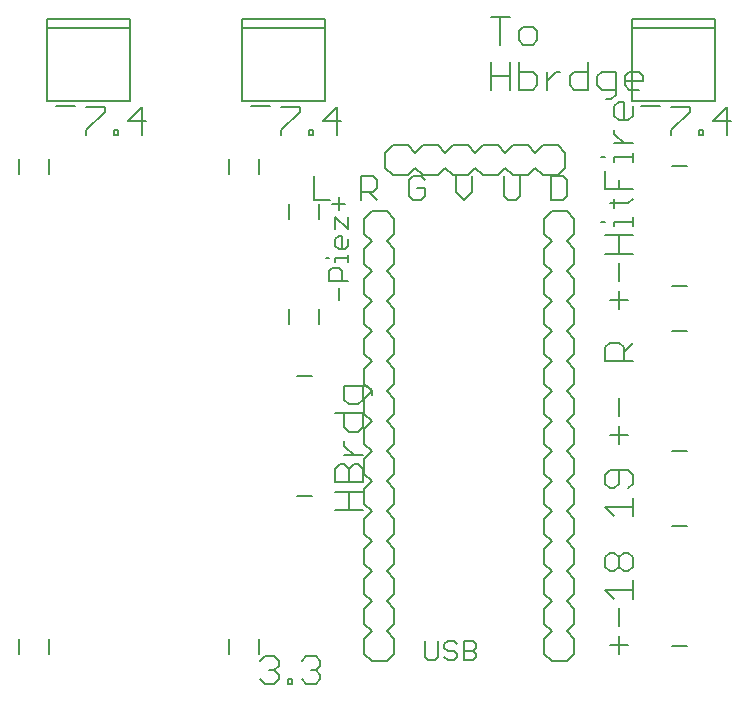
<source format=gbr>
G04 EAGLE Gerber RS-274X export*
G75*
%MOMM*%
%FSLAX34Y34*%
%LPD*%
%INSilkscreen Top*%
%IPPOS*%
%AMOC8*
5,1,8,0,0,1.08239X$1,22.5*%
G01*
%ADD10C,0.152400*%
%ADD11C,0.203200*%
%ADD12C,0.177800*%


D10*
X381762Y42432D02*
X381762Y28874D01*
X384474Y26162D01*
X389897Y26162D01*
X392609Y28874D01*
X392609Y42432D01*
X406269Y42432D02*
X408980Y39720D01*
X406269Y42432D02*
X400845Y42432D01*
X398134Y39720D01*
X398134Y37009D01*
X400845Y34297D01*
X406269Y34297D01*
X408980Y31585D01*
X408980Y28874D01*
X406269Y26162D01*
X400845Y26162D01*
X398134Y28874D01*
X414505Y26162D02*
X414505Y42432D01*
X422640Y42432D01*
X425352Y39720D01*
X425352Y37009D01*
X422640Y34297D01*
X425352Y31585D01*
X425352Y28874D01*
X422640Y26162D01*
X414505Y26162D01*
X414505Y34297D02*
X422640Y34297D01*
X308603Y330962D02*
X308603Y341809D01*
X316738Y347334D02*
X300468Y347334D01*
X300468Y355469D01*
X303180Y358180D01*
X308603Y358180D01*
X311315Y355469D01*
X311315Y347334D01*
X305891Y363705D02*
X305891Y366417D01*
X316738Y366417D01*
X316738Y369128D02*
X316738Y363705D01*
X300468Y366417D02*
X297756Y366417D01*
X316738Y377331D02*
X316738Y382754D01*
X316738Y377331D02*
X314026Y374620D01*
X308603Y374620D01*
X305891Y377331D01*
X305891Y382754D01*
X308603Y385466D01*
X311315Y385466D01*
X311315Y374620D01*
X305891Y390991D02*
X305891Y401838D01*
X316738Y390991D01*
X316738Y401838D01*
X308603Y407363D02*
X308603Y418209D01*
X303180Y412786D02*
X314026Y412786D01*
D11*
X305796Y153416D02*
X329184Y153416D01*
X317490Y153416D02*
X317490Y169008D01*
X305796Y169008D02*
X329184Y169008D01*
X329184Y176804D02*
X305796Y176804D01*
X305796Y188498D01*
X309694Y192396D01*
X313592Y192396D01*
X317490Y188498D01*
X321388Y192396D01*
X325286Y192396D01*
X329184Y188498D01*
X329184Y176804D01*
X317490Y176804D02*
X317490Y188498D01*
X313592Y200192D02*
X329184Y200192D01*
X321388Y200192D02*
X313592Y207988D01*
X313592Y211886D01*
X305796Y235274D02*
X329184Y235274D01*
X329184Y223580D01*
X325286Y219682D01*
X317490Y219682D01*
X313592Y223580D01*
X313592Y235274D01*
X336980Y250866D02*
X336980Y254764D01*
X333082Y258662D01*
X313592Y258662D01*
X313592Y246968D01*
X317490Y243070D01*
X325286Y243070D01*
X329184Y246968D01*
X329184Y258662D01*
X546090Y224888D02*
X546090Y209296D01*
X538294Y217092D02*
X553886Y217092D01*
X546090Y232684D02*
X546090Y248276D01*
X557784Y279460D02*
X534396Y279460D01*
X534396Y291154D01*
X538294Y295052D01*
X546090Y295052D01*
X549988Y291154D01*
X549988Y279460D01*
X549988Y287256D02*
X557784Y295052D01*
X546090Y323596D02*
X546090Y339188D01*
X538294Y331392D02*
X553886Y331392D01*
X546090Y346984D02*
X546090Y362576D01*
X557784Y370372D02*
X534396Y370372D01*
X546090Y370372D02*
X546090Y385964D01*
X534396Y385964D02*
X557784Y385964D01*
X542192Y393760D02*
X542192Y397658D01*
X557784Y397658D01*
X557784Y393760D02*
X557784Y401556D01*
X534396Y397658D02*
X530498Y397658D01*
X538294Y413250D02*
X553886Y413250D01*
X557784Y417148D01*
X542192Y417148D02*
X542192Y409352D01*
X534396Y424944D02*
X557784Y424944D01*
X534396Y424944D02*
X534396Y440536D01*
X546090Y432740D02*
X546090Y424944D01*
X542192Y448332D02*
X542192Y452230D01*
X557784Y452230D01*
X557784Y448332D02*
X557784Y456128D01*
X534396Y452230D02*
X530498Y452230D01*
X542192Y463924D02*
X557784Y463924D01*
X549988Y463924D02*
X542192Y471720D01*
X542192Y475618D01*
X557784Y487312D02*
X557784Y495108D01*
X557784Y487312D02*
X553886Y483414D01*
X546090Y483414D01*
X542192Y487312D01*
X542192Y495108D01*
X546090Y499006D01*
X549988Y499006D01*
X549988Y483414D01*
X246214Y29484D02*
X242316Y25586D01*
X246214Y29484D02*
X254010Y29484D01*
X257908Y25586D01*
X257908Y21688D01*
X254010Y17790D01*
X250112Y17790D01*
X254010Y17790D02*
X257908Y13892D01*
X257908Y9994D01*
X254010Y6096D01*
X246214Y6096D01*
X242316Y9994D01*
X265704Y9994D02*
X265704Y6096D01*
X265704Y9994D02*
X269602Y9994D01*
X269602Y6096D01*
X265704Y6096D01*
X277398Y25586D02*
X281296Y29484D01*
X289092Y29484D01*
X292990Y25586D01*
X292990Y21688D01*
X289092Y17790D01*
X285194Y17790D01*
X289092Y17790D02*
X292990Y13892D01*
X292990Y9994D01*
X289092Y6096D01*
X281296Y6096D01*
X277398Y9994D01*
D12*
X287639Y415925D02*
X287639Y436008D01*
X287639Y415925D02*
X301027Y415925D01*
X327866Y415925D02*
X327866Y436008D01*
X337908Y436008D01*
X341255Y432661D01*
X341255Y425967D01*
X337908Y422619D01*
X327866Y422619D01*
X334560Y422619D02*
X341255Y415925D01*
X378135Y436008D02*
X381482Y432661D01*
X378135Y436008D02*
X371440Y436008D01*
X368093Y432661D01*
X368093Y419272D01*
X371440Y415925D01*
X378135Y415925D01*
X381482Y419272D01*
X381482Y425967D01*
X374788Y425967D01*
X408321Y422619D02*
X408321Y436008D01*
X408321Y422619D02*
X415015Y415925D01*
X421709Y422619D01*
X421709Y436008D01*
X448548Y436008D02*
X448548Y419272D01*
X451895Y415925D01*
X458589Y415925D01*
X461937Y419272D01*
X461937Y436008D01*
X488775Y436008D02*
X488775Y415925D01*
X498817Y415925D01*
X502164Y419272D01*
X502164Y432661D01*
X498817Y436008D01*
X488775Y436008D01*
D11*
X546090Y47088D02*
X546090Y31496D01*
X538294Y39292D02*
X553886Y39292D01*
X546090Y54884D02*
X546090Y70476D01*
X542192Y78272D02*
X534396Y86068D01*
X557784Y86068D01*
X557784Y78272D02*
X557784Y93864D01*
X538294Y101660D02*
X534396Y105558D01*
X534396Y113354D01*
X538294Y117252D01*
X542192Y117252D01*
X546090Y113354D01*
X549988Y117252D01*
X553886Y117252D01*
X557784Y113354D01*
X557784Y105558D01*
X553886Y101660D01*
X549988Y101660D01*
X546090Y105558D01*
X542192Y101660D01*
X538294Y101660D01*
X546090Y105558D02*
X546090Y113354D01*
X542192Y148436D02*
X534396Y156232D01*
X557784Y156232D01*
X557784Y148436D02*
X557784Y164028D01*
X553886Y171824D02*
X557784Y175722D01*
X557784Y183518D01*
X553886Y187416D01*
X538294Y187416D01*
X534396Y183518D01*
X534396Y175722D01*
X538294Y171824D01*
X542192Y171824D01*
X546090Y175722D01*
X546090Y187416D01*
X85188Y495310D02*
X69596Y495310D01*
X590296Y494304D02*
X605888Y494304D01*
X605888Y490406D01*
X590296Y474814D01*
X590296Y470916D01*
X613684Y470916D02*
X613684Y474814D01*
X617582Y474814D01*
X617582Y470916D01*
X613684Y470916D01*
X637072Y470916D02*
X637072Y494304D01*
X625378Y482610D01*
X640970Y482610D01*
X110588Y494304D02*
X94996Y494304D01*
X110588Y494304D02*
X110588Y490406D01*
X94996Y474814D01*
X94996Y470916D01*
X118384Y470916D02*
X118384Y474814D01*
X122282Y474814D01*
X122282Y470916D01*
X118384Y470916D01*
X141772Y470916D02*
X141772Y494304D01*
X130078Y482610D01*
X145670Y482610D01*
X564896Y495310D02*
X580488Y495310D01*
X445692Y547116D02*
X445692Y570504D01*
X437896Y570504D02*
X453488Y570504D01*
X465182Y547116D02*
X472978Y547116D01*
X476876Y551014D01*
X476876Y558810D01*
X472978Y562708D01*
X465182Y562708D01*
X461284Y558810D01*
X461284Y551014D01*
X465182Y547116D01*
X437896Y532404D02*
X437896Y509016D01*
X437896Y520710D02*
X453488Y520710D01*
X453488Y532404D02*
X453488Y509016D01*
X461284Y509016D02*
X461284Y532404D01*
X461284Y509016D02*
X472978Y509016D01*
X476876Y512914D01*
X476876Y520710D01*
X472978Y524608D01*
X461284Y524608D01*
X484672Y524608D02*
X484672Y509016D01*
X484672Y516812D02*
X492468Y524608D01*
X496366Y524608D01*
X519754Y532404D02*
X519754Y509016D01*
X508060Y509016D01*
X504162Y512914D01*
X504162Y520710D01*
X508060Y524608D01*
X519754Y524608D01*
X535346Y501220D02*
X539244Y501220D01*
X543142Y505118D01*
X543142Y524608D01*
X531448Y524608D01*
X527550Y520710D01*
X527550Y512914D01*
X531448Y509016D01*
X543142Y509016D01*
X554836Y509016D02*
X562632Y509016D01*
X554836Y509016D02*
X550938Y512914D01*
X550938Y520710D01*
X554836Y524608D01*
X562632Y524608D01*
X566530Y520710D01*
X566530Y516812D01*
X550938Y516812D01*
X250288Y495310D02*
X234696Y495310D01*
X260096Y494304D02*
X275688Y494304D01*
X275688Y490406D01*
X260096Y474814D01*
X260096Y470916D01*
X283484Y470916D02*
X283484Y474814D01*
X287382Y474814D01*
X287382Y470916D01*
X283484Y470916D01*
X306872Y470916D02*
X306872Y494304D01*
X295178Y482610D01*
X310770Y482610D01*
X355600Y247650D02*
X355600Y234950D01*
X349250Y228600D01*
X336550Y228600D02*
X330200Y234950D01*
X355600Y273050D02*
X349250Y279400D01*
X355600Y273050D02*
X355600Y260350D01*
X349250Y254000D01*
X336550Y254000D02*
X330200Y260350D01*
X330200Y273050D01*
X336550Y279400D01*
X349250Y254000D02*
X355600Y247650D01*
X336550Y254000D02*
X330200Y247650D01*
X330200Y234950D01*
X355600Y311150D02*
X355600Y323850D01*
X355600Y311150D02*
X349250Y304800D01*
X336550Y304800D02*
X330200Y311150D01*
X349250Y304800D02*
X355600Y298450D01*
X355600Y285750D01*
X349250Y279400D01*
X336550Y279400D02*
X330200Y285750D01*
X330200Y298450D01*
X336550Y304800D01*
X355600Y349250D02*
X349250Y355600D01*
X355600Y349250D02*
X355600Y336550D01*
X349250Y330200D01*
X336550Y330200D02*
X330200Y336550D01*
X330200Y349250D01*
X336550Y355600D01*
X349250Y330200D02*
X355600Y323850D01*
X336550Y330200D02*
X330200Y323850D01*
X330200Y311150D01*
X355600Y387350D02*
X355600Y400050D01*
X355600Y387350D02*
X349250Y381000D01*
X336550Y381000D02*
X330200Y387350D01*
X349250Y381000D02*
X355600Y374650D01*
X355600Y361950D01*
X349250Y355600D01*
X336550Y355600D02*
X330200Y361950D01*
X330200Y374650D01*
X336550Y381000D01*
X336550Y406400D02*
X349250Y406400D01*
X355600Y400050D01*
X336550Y406400D02*
X330200Y400050D01*
X330200Y387350D01*
X355600Y69850D02*
X355600Y57150D01*
X349250Y50800D01*
X336550Y50800D02*
X330200Y57150D01*
X355600Y95250D02*
X349250Y101600D01*
X355600Y95250D02*
X355600Y82550D01*
X349250Y76200D01*
X336550Y76200D02*
X330200Y82550D01*
X330200Y95250D01*
X336550Y101600D01*
X349250Y76200D02*
X355600Y69850D01*
X336550Y76200D02*
X330200Y69850D01*
X330200Y57150D01*
X355600Y133350D02*
X355600Y146050D01*
X355600Y133350D02*
X349250Y127000D01*
X336550Y127000D02*
X330200Y133350D01*
X349250Y127000D02*
X355600Y120650D01*
X355600Y107950D01*
X349250Y101600D01*
X336550Y101600D02*
X330200Y107950D01*
X330200Y120650D01*
X336550Y127000D01*
X355600Y171450D02*
X349250Y177800D01*
X355600Y171450D02*
X355600Y158750D01*
X349250Y152400D01*
X336550Y152400D02*
X330200Y158750D01*
X330200Y171450D01*
X336550Y177800D01*
X349250Y152400D02*
X355600Y146050D01*
X336550Y152400D02*
X330200Y146050D01*
X330200Y133350D01*
X355600Y209550D02*
X355600Y222250D01*
X355600Y209550D02*
X349250Y203200D01*
X336550Y203200D02*
X330200Y209550D01*
X349250Y203200D02*
X355600Y196850D01*
X355600Y184150D01*
X349250Y177800D01*
X336550Y177800D02*
X330200Y184150D01*
X330200Y196850D01*
X336550Y203200D01*
X355600Y222250D02*
X349250Y228600D01*
X336550Y228600D02*
X330200Y222250D01*
X330200Y209550D01*
X349250Y50800D02*
X355600Y44450D01*
X355600Y31750D01*
X349250Y25400D01*
X336550Y25400D01*
X330200Y31750D01*
X330200Y44450D01*
X336550Y50800D01*
X482600Y184150D02*
X482600Y196850D01*
X488950Y203200D01*
X501650Y203200D02*
X508000Y196850D01*
X482600Y158750D02*
X488950Y152400D01*
X482600Y158750D02*
X482600Y171450D01*
X488950Y177800D01*
X501650Y177800D02*
X508000Y171450D01*
X508000Y158750D01*
X501650Y152400D01*
X488950Y177800D02*
X482600Y184150D01*
X501650Y177800D02*
X508000Y184150D01*
X508000Y196850D01*
X482600Y120650D02*
X482600Y107950D01*
X482600Y120650D02*
X488950Y127000D01*
X501650Y127000D02*
X508000Y120650D01*
X488950Y127000D02*
X482600Y133350D01*
X482600Y146050D01*
X488950Y152400D01*
X501650Y152400D02*
X508000Y146050D01*
X508000Y133350D01*
X501650Y127000D01*
X482600Y82550D02*
X488950Y76200D01*
X482600Y82550D02*
X482600Y95250D01*
X488950Y101600D01*
X501650Y101600D02*
X508000Y95250D01*
X508000Y82550D01*
X501650Y76200D01*
X488950Y101600D02*
X482600Y107950D01*
X501650Y101600D02*
X508000Y107950D01*
X508000Y120650D01*
X482600Y44450D02*
X482600Y31750D01*
X482600Y44450D02*
X488950Y50800D01*
X501650Y50800D02*
X508000Y44450D01*
X488950Y50800D02*
X482600Y57150D01*
X482600Y69850D01*
X488950Y76200D01*
X501650Y76200D02*
X508000Y69850D01*
X508000Y57150D01*
X501650Y50800D01*
X501650Y25400D02*
X488950Y25400D01*
X482600Y31750D01*
X501650Y25400D02*
X508000Y31750D01*
X508000Y44450D01*
X482600Y361950D02*
X482600Y374650D01*
X488950Y381000D01*
X501650Y381000D02*
X508000Y374650D01*
X482600Y336550D02*
X488950Y330200D01*
X482600Y336550D02*
X482600Y349250D01*
X488950Y355600D01*
X501650Y355600D02*
X508000Y349250D01*
X508000Y336550D01*
X501650Y330200D01*
X488950Y355600D02*
X482600Y361950D01*
X501650Y355600D02*
X508000Y361950D01*
X508000Y374650D01*
X482600Y298450D02*
X482600Y285750D01*
X482600Y298450D02*
X488950Y304800D01*
X501650Y304800D02*
X508000Y298450D01*
X488950Y304800D02*
X482600Y311150D01*
X482600Y323850D01*
X488950Y330200D01*
X501650Y330200D02*
X508000Y323850D01*
X508000Y311150D01*
X501650Y304800D01*
X482600Y260350D02*
X488950Y254000D01*
X482600Y260350D02*
X482600Y273050D01*
X488950Y279400D01*
X501650Y279400D02*
X508000Y273050D01*
X508000Y260350D01*
X501650Y254000D01*
X488950Y279400D02*
X482600Y285750D01*
X501650Y279400D02*
X508000Y285750D01*
X508000Y298450D01*
X482600Y222250D02*
X482600Y209550D01*
X482600Y222250D02*
X488950Y228600D01*
X501650Y228600D02*
X508000Y222250D01*
X488950Y228600D02*
X482600Y234950D01*
X482600Y247650D01*
X488950Y254000D01*
X501650Y254000D02*
X508000Y247650D01*
X508000Y234950D01*
X501650Y228600D01*
X482600Y209550D02*
X488950Y203200D01*
X501650Y203200D02*
X508000Y209550D01*
X508000Y222250D01*
X488950Y381000D02*
X482600Y387350D01*
X482600Y400050D01*
X488950Y406400D01*
X501650Y406400D01*
X508000Y400050D01*
X508000Y387350D01*
X501650Y381000D01*
X266700Y323850D02*
X266700Y311150D01*
X292100Y311150D02*
X292100Y323850D01*
X266700Y400050D02*
X266700Y412750D01*
X292100Y412750D02*
X292100Y400050D01*
X285750Y165100D02*
X273050Y165100D01*
X273050Y266700D02*
X285750Y266700D01*
X590550Y203200D02*
X603250Y203200D01*
X603250Y304800D02*
X590550Y304800D01*
X590550Y342900D02*
X603250Y342900D01*
X603250Y444500D02*
X590550Y444500D01*
X373380Y443230D02*
X367030Y436880D01*
X354330Y436880D01*
X347980Y443230D01*
X347980Y455930D02*
X354330Y462280D01*
X367030Y462280D01*
X373380Y455930D01*
X405130Y436880D02*
X417830Y436880D01*
X405130Y436880D02*
X398780Y443230D01*
X398780Y455930D02*
X405130Y462280D01*
X398780Y443230D02*
X392430Y436880D01*
X379730Y436880D01*
X373380Y443230D01*
X373380Y455930D02*
X379730Y462280D01*
X392430Y462280D01*
X398780Y455930D01*
X443230Y436880D02*
X449580Y443230D01*
X443230Y436880D02*
X430530Y436880D01*
X424180Y443230D01*
X424180Y455930D02*
X430530Y462280D01*
X443230Y462280D01*
X449580Y455930D01*
X424180Y443230D02*
X417830Y436880D01*
X424180Y455930D02*
X417830Y462280D01*
X405130Y462280D01*
X481330Y436880D02*
X494030Y436880D01*
X481330Y436880D02*
X474980Y443230D01*
X474980Y455930D02*
X481330Y462280D01*
X474980Y443230D02*
X468630Y436880D01*
X455930Y436880D01*
X449580Y443230D01*
X449580Y455930D02*
X455930Y462280D01*
X468630Y462280D01*
X474980Y455930D01*
X500380Y455930D02*
X500380Y443230D01*
X494030Y436880D01*
X500380Y455930D02*
X494030Y462280D01*
X481330Y462280D01*
X347980Y455930D02*
X347980Y443230D01*
X590550Y38100D02*
X603250Y38100D01*
X603250Y139700D02*
X590550Y139700D01*
X131800Y499400D02*
X61800Y499400D01*
X61800Y561400D01*
X61800Y569400D01*
X131800Y569400D01*
X131800Y561400D01*
X131800Y499400D01*
X131800Y561400D02*
X61800Y561400D01*
X557100Y499400D02*
X627100Y499400D01*
X557100Y499400D02*
X557100Y561400D01*
X557100Y569400D01*
X627100Y569400D01*
X627100Y561400D01*
X627100Y499400D01*
X627100Y561400D02*
X557100Y561400D01*
X215900Y450850D02*
X215900Y438150D01*
X241300Y438150D02*
X241300Y450850D01*
X215900Y44450D02*
X215900Y31750D01*
X241300Y31750D02*
X241300Y44450D01*
X38100Y438150D02*
X38100Y450850D01*
X63500Y450850D02*
X63500Y438150D01*
X38100Y44450D02*
X38100Y31750D01*
X63500Y31750D02*
X63500Y44450D01*
X226900Y499400D02*
X296900Y499400D01*
X226900Y499400D02*
X226900Y561400D01*
X226900Y569400D01*
X296900Y569400D01*
X296900Y561400D01*
X296900Y499400D01*
X296900Y561400D02*
X226900Y561400D01*
M02*

</source>
